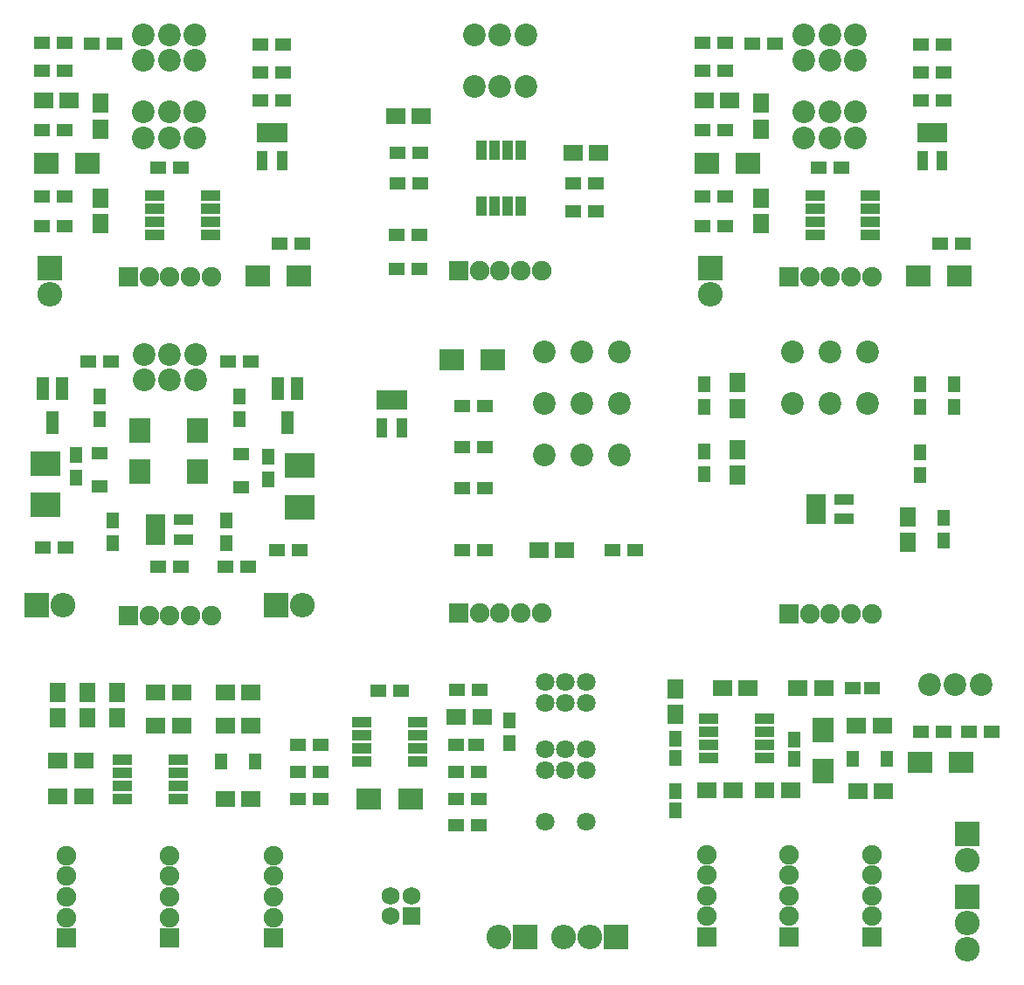
<source format=gts>
%MOIN*%
%OFA0B0*%
%FSLAX46Y46*%
%IPPOS*%
%LPD*%
%ADD10C,0.0039370078740157488*%
%ADD11R,0.062992125984251982X0.051181102362204731*%
%ADD12O,0.094448031496063X0.094448031496063*%
%ADD13R,0.094448031496063X0.094448031496063*%
%ADD14C,0.086614173228346469*%
%ADD15R,0.07716535433070866X0.041338582677165357*%
%ADD16R,0.07874015748031496X0.094488188976377951*%
%ADD17R,0.047244094488188976X0.086614173228346469*%
%ADD18R,0.051181102362204731X0.062992125984251982*%
%ADD19R,0.063779527559055124X0.0515748031496063*%
%ADD20R,0.1141732283464567X0.094488188976377951*%
%ADD21R,0.074803149606299218X0.074803149606299218*%
%ADD22C,0.074803149606299218*%
%ADD33C,0.0039370078740157488*%
%ADD34R,0.062992125984251982X0.051181102362204731*%
%ADD35C,0.086614173228346469*%
%ADD36O,0.094448031496063X0.094448031496063*%
%ADD37R,0.094448031496063X0.094448031496063*%
%ADD38R,0.064960629921259838X0.074803149606299218*%
%ADD39R,0.094488188976377951X0.07874015748031496*%
%ADD40R,0.074803149606299218X0.064960629921259838*%
%ADD41R,0.041338582677165357X0.07716535433070866*%
%ADD42R,0.076771653543307089X0.03937007874015748*%
%ADD43R,0.074803149606299218X0.074803149606299218*%
%ADD44C,0.074803149606299218*%
%ADD55C,0.0039370078740157488*%
%ADD56R,0.074803149606299218X0.064960629921259838*%
%ADD57R,0.062992125984251982X0.051181102362204731*%
%ADD58R,0.03937007874015748X0.076771653543307089*%
%ADD59C,0.086614173228346469*%
%ADD60R,0.074803149606299218X0.074803149606299218*%
%ADD61C,0.074803149606299218*%
%ADD72C,0.0039370078740157488*%
%ADD73C,0.086614173228346469*%
%ADD74R,0.094488188976377951X0.07874015748031496*%
%ADD75R,0.074803149606299218X0.064960629921259838*%
%ADD76R,0.062992125984251982X0.051181102362204731*%
%ADD77R,0.041338582677165357X0.07716535433070866*%
%ADD78R,0.074803149606299218X0.074803149606299218*%
%ADD79C,0.074803149606299218*%
%ADD90C,0.0039370078740157488*%
%ADD91C,0.086614173228346469*%
%ADD92R,0.094488188976377951X0.07874015748031496*%
%ADD93R,0.0452755905511811X0.062992125984251982*%
%ADD94R,0.064960629921259838X0.074803149606299218*%
%ADD95R,0.07874015748031496X0.094488188976377951*%
%ADD96R,0.074803149606299218X0.064960629921259838*%
%ADD97R,0.062992125984251982X0.0452755905511811*%
%ADD98R,0.076771653543307089X0.03937007874015748*%
%ADD99R,0.062992125984251982X0.051181102362204731*%
%ADD100R,0.0515748031496063X0.063779527559055124*%
%ADD101O,0.094448031496063X0.094448031496063*%
%ADD102R,0.094448031496063X0.094448031496063*%
%ADD103R,0.074803149606299218X0.074803149606299218*%
%ADD104C,0.074803149606299218*%
%ADD115C,0.0039370078740157488*%
%ADD116O,0.094448031496063X0.094448031496063*%
%ADD117R,0.094448031496063X0.094448031496063*%
%ADD118R,0.064960629921259838X0.074803149606299218*%
%ADD119R,0.094488188976377951X0.07874015748031496*%
%ADD120R,0.074803149606299218X0.064960629921259838*%
%ADD121R,0.0515748031496063X0.063779527559055124*%
%ADD122R,0.076771653543307089X0.03937007874015748*%
%ADD123R,0.068897637795275593X0.068897637795275593*%
%ADD124C,0.068897637795275593*%
%ADD125R,0.062992125984251982X0.051181102362204731*%
%ADD126R,0.074803149606299218X0.074803149606299218*%
%ADD127C,0.074803149606299218*%
%ADD128R,0.062992125984251982X0.0452755905511811*%
%ADD129R,0.051181102362204731X0.062992125984251982*%
%ADD130C,0.070866141732283464*%
%ADD141C,0.0039370078740157488*%
%ADD142R,0.051181102362204731X0.062992125984251982*%
%ADD143C,0.086614173228346469*%
%ADD144R,0.07716535433070866X0.041338582677165357*%
%ADD145R,0.064960629921259838X0.074803149606299218*%
%ADD146R,0.074803149606299218X0.074803149606299218*%
%ADD147C,0.074803149606299218*%
%ADD158C,0.0039370078740157488*%
%ADD159R,0.062992125984251982X0.051181102362204731*%
%ADD160C,0.086614173228346469*%
%ADD161O,0.094448031496063X0.094448031496063*%
%ADD162R,0.094448031496063X0.094448031496063*%
%ADD163R,0.064960629921259838X0.074803149606299218*%
%ADD164R,0.094488188976377951X0.07874015748031496*%
%ADD165R,0.074803149606299218X0.064960629921259838*%
%ADD166R,0.041338582677165357X0.07716535433070866*%
%ADD167R,0.076771653543307089X0.03937007874015748*%
%ADD168R,0.074803149606299218X0.074803149606299218*%
%ADD169C,0.074803149606299218*%
%LPD*%
G01*
D10*
D11*
X-0005354330Y0005118110D02*
X0000889763Y0001551181D03*
X0000803149Y0001551181D03*
X0001086614Y0001614173D03*
X0001000000Y0001614173D03*
D12*
X0000182677Y0001405511D03*
D13*
X0000082677Y0001405511D03*
D12*
X0001096062Y0001405511D03*
D13*
X0000996062Y0001405511D03*
D14*
X0000688976Y0002362204D03*
X0000590551Y0002362204D03*
X0000492125Y0002362204D03*
X0000688976Y0002263779D03*
X0000590551Y0002263779D03*
X0000492125Y0002263779D03*
D15*
X0000537401Y0001730314D03*
X0000537401Y0001692913D03*
X0000537401Y0001655511D03*
X0000643699Y0001655511D03*
X0000643699Y0001730314D03*
D16*
X0000476377Y0001913385D03*
X0000476377Y0002070866D03*
X0000696850Y0001913385D03*
X0000696850Y0002070866D03*
D17*
X0000179133Y0002230314D03*
X0000104330Y0002230314D03*
X0000141732Y0002100393D03*
X0001076771Y0002230314D03*
X0001001968Y0002230314D03*
X0001039369Y0002100393D03*
D11*
X0000104330Y0001624015D03*
X0000190944Y0001624015D03*
D18*
X0000232283Y0001976377D03*
X0000232283Y0001889762D03*
X0000964565Y0001972440D03*
X0000964565Y0001885826D03*
X0000322834Y0002114173D03*
X0000322834Y0002200787D03*
X0000854330Y0002114173D03*
X0000854330Y0002200787D03*
D11*
X0000366141Y0002334645D03*
X0000279527Y0002334645D03*
X0000897637Y0002334645D03*
X0000811023Y0002334645D03*
D18*
X0000374015Y0001641732D03*
X0000374015Y0001728346D03*
X0000807086Y0001641732D03*
X0000807086Y0001728346D03*
D11*
X0000547244Y0001551181D03*
X0000633858Y0001551181D03*
D19*
X0000322834Y0001856889D03*
X0000322834Y0001985629D03*
X0000862204Y0001852952D03*
X0000862204Y0001981692D03*
D20*
X0000114173Y0001944881D03*
X0000114173Y0001787401D03*
X0001086614Y0001937006D03*
X0001086614Y0001779527D03*
D21*
X0000433070Y0001366141D03*
D22*
X0000511811Y0001366141D03*
X0000590551Y0001366141D03*
X0000669291Y0001366141D03*
X0000748031Y0001366141D03*
G01*
D33*
D34*
X-0005393700Y0007322834D02*
X0001094488Y0002783464D03*
X0001007873Y0002783464D03*
D35*
X0000687007Y0003188976D03*
X0000588582Y0003188976D03*
X0000490156Y0003188976D03*
X0000490156Y0003582677D03*
X0000588582Y0003582677D03*
X0000687007Y0003582677D03*
X0000490156Y0003484251D03*
X0000588582Y0003484251D03*
X0000687007Y0003484251D03*
X0000490156Y0003287401D03*
X0000588582Y0003287401D03*
X0000687007Y0003287401D03*
D36*
X0000133858Y0002590551D03*
D37*
X0000133858Y0002690551D03*
D38*
X0000326771Y0002958661D03*
X0000326771Y0002860236D03*
D39*
X0000275590Y0003090551D03*
X0000118110Y0003090551D03*
D38*
X0000326771Y0003320866D03*
X0000326771Y0003222440D03*
D40*
X0000206692Y0003330708D03*
X0000108267Y0003330708D03*
D39*
X0000925196Y0002661417D03*
X0001082677Y0002661417D03*
D34*
X0000101377Y0002851377D03*
X0000187992Y0002851377D03*
X0000101377Y0002965551D03*
X0000187992Y0002965551D03*
X0000102362Y0003216535D03*
X0000188976Y0003216535D03*
X0000547244Y0003074803D03*
X0000633858Y0003074803D03*
X0000188976Y0003551181D03*
X0000102362Y0003551181D03*
X0000102362Y0003444881D03*
X0000188976Y0003444881D03*
X0000377952Y0003547244D03*
X0000291338Y0003547244D03*
X0000937007Y0003543306D03*
X0001023622Y0003543306D03*
X0000937007Y0003437007D03*
X0001023622Y0003437007D03*
X0000937007Y0003330708D03*
X0001023622Y0003330708D03*
D41*
X0001017716Y0003206692D03*
X0000980313Y0003206692D03*
X0000942913Y0003206692D03*
X0000942913Y0003100393D03*
X0001017716Y0003100393D03*
D42*
X0000531496Y0002968700D03*
X0000531496Y0002918700D03*
X0000531496Y0002868700D03*
X0000531496Y0002818700D03*
X0000744094Y0002818700D03*
X0000744094Y0002868700D03*
X0000744094Y0002918700D03*
X0000744094Y0002968700D03*
D43*
X0000433070Y0002657479D03*
D44*
X0000511811Y0002657479D03*
X0000590551Y0002657479D03*
X0000669291Y0002657479D03*
X0000748031Y0002657479D03*
G01*
D55*
D56*
X-0004251968Y0005669291D02*
X0001450786Y0003271653D03*
X0001549212Y0003271653D03*
X0002226377Y0003129921D03*
X0002127952Y0003129921D03*
D57*
X0001456692Y0002818897D03*
X0001543307Y0002818897D03*
X0001543307Y0002688975D03*
X0001456692Y0002688975D03*
X0001460629Y0003015748D03*
X0001547244Y0003015748D03*
X0001460629Y0003129921D03*
X0001547244Y0003129921D03*
X0002216535Y0003015748D03*
X0002129921Y0003015748D03*
X0002216535Y0002909448D03*
X0002129921Y0002909448D03*
D58*
X0001929330Y0003141732D03*
X0001879330Y0003141732D03*
X0001829328Y0003141732D03*
X0001779329Y0003141732D03*
X0001779329Y0002929133D03*
X0001829328Y0002929133D03*
X0001879330Y0002929133D03*
X0001929330Y0002929133D03*
D59*
X0001948818Y0003582677D03*
X0001850393Y0003582677D03*
X0001751968Y0003582677D03*
X0001948818Y0003385826D03*
X0001850393Y0003385826D03*
X0001751968Y0003385826D03*
D60*
X0001692913Y0002681102D03*
D61*
X0001771653Y0002681102D03*
X0001850393Y0002681102D03*
X0001929131Y0002681102D03*
X0002007874Y0002681102D03*
G01*
D72*
D73*
X-0004409448Y0004960629D02*
X0002305118Y0002370078D03*
X0002161417Y0002370078D03*
X0002017716Y0002370078D03*
X0002305118Y0002173228D03*
X0002161417Y0002173228D03*
X0002017716Y0002173228D03*
X0002017716Y0001976377D03*
X0002161417Y0001976377D03*
X0002305118Y0001976377D03*
D74*
X0001822834Y0002342519D03*
X0001665354Y0002342519D03*
D75*
X0002096455Y0001614173D03*
X0001998031Y0001614173D03*
D76*
X0001704724Y0002165354D03*
X0001791338Y0002165354D03*
X0001791338Y0002007874D03*
X0001704724Y0002007874D03*
X0002366141Y0001614173D03*
X0002279527Y0001614173D03*
X0001791338Y0001850393D03*
X0001704724Y0001850393D03*
X0001704724Y0001614173D03*
X0001791338Y0001614173D03*
D77*
X0001474409Y0002187007D03*
X0001437007Y0002187007D03*
X0001399606Y0002187007D03*
X0001399606Y0002080708D03*
X0001474409Y0002080708D03*
D78*
X0001692913Y0001374015D03*
D79*
X0001771653Y0001374015D03*
X0001850393Y0001374015D03*
X0001929131Y0001374015D03*
X0002007874Y0001374015D03*
G04 next file*
%LPD*%
G01*
D90*
D91*
X-0003543306Y0003149606D02*
X0003488188Y0001102362D03*
X0003586614Y0001102362D03*
X0003685039Y0001102362D03*
D92*
X0003610236Y0000803149D03*
X0003452755Y0000803149D03*
D93*
X0002519685Y0000895669D03*
X0002519685Y0000820866D03*
D94*
X0002519685Y0000986220D03*
X0002519685Y0001084645D03*
D93*
X0002972440Y0000891732D03*
X0002972440Y0000816929D03*
D95*
X0003082677Y0000929133D03*
X0003082677Y0000771653D03*
D96*
X0002639763Y0000696850D03*
X0002738187Y0000696850D03*
D93*
X0002519685Y0000694881D03*
X0002519685Y0000620078D03*
D96*
X0003084645Y0001086614D03*
X0002986220Y0001086614D03*
D97*
X0003194881Y0001086614D03*
X0003269685Y0001086614D03*
D98*
X0002645669Y0000972637D03*
X0002645669Y0000922637D03*
X0002645669Y0000872637D03*
X0002645669Y0000822637D03*
X0002858267Y0000822637D03*
X0002858267Y0000872637D03*
X0002858267Y0000922637D03*
X0002858267Y0000972637D03*
D96*
X0003210629Y0000944881D03*
X0003309055Y0000944881D03*
X0002958661Y0000696850D03*
X0002860236Y0000696850D03*
X0003214566Y0000692913D03*
X0003312992Y0000692913D03*
D99*
X0003456692Y0000921259D03*
X0003543306Y0000921259D03*
X0003637795Y0000921259D03*
X0003724409Y0000921259D03*
D100*
X0003195472Y0000818897D03*
X0003324212Y0000818897D03*
D96*
X0002698818Y0001086614D03*
X0002797244Y0001086614D03*
D101*
X0003633857Y0000091338D03*
D102*
X0003633857Y0000291338D03*
D101*
X0003633857Y0000191338D03*
X0003633857Y0000431496D03*
D102*
X0003633857Y0000531496D03*
D103*
X0003267716Y0000137795D03*
D104*
X0003267716Y0000216535D03*
X0003267716Y0000295275D03*
X0003267716Y0000374015D03*
X0003267716Y0000452755D03*
D103*
X0002637795Y0000137795D03*
D104*
X0002637795Y0000216535D03*
X0002637795Y0000295275D03*
X0002637795Y0000374015D03*
X0002637795Y0000452755D03*
D103*
X0002952755Y0000137795D03*
D104*
X0002952755Y0000216535D03*
X0002952755Y0000295275D03*
X0002952755Y0000374015D03*
X0002952755Y0000452755D03*
G01*
D115*
D116*
X-0004685039Y0004370078D02*
X0002091338Y0000137795D03*
D117*
X0002291338Y0000137795D03*
D116*
X0002191338Y0000137795D03*
D118*
X0000389763Y0000974409D03*
X0000389763Y0001072834D03*
D119*
X0001350393Y0000665354D03*
X0001507874Y0000665354D03*
D120*
X0000801181Y0000944881D03*
X0000899606Y0000944881D03*
D118*
X0000275590Y0000974409D03*
X0000275590Y0001072834D03*
D120*
X0000801181Y0001070866D03*
X0000899606Y0001070866D03*
D118*
X0000161417Y0001072834D03*
X0000161417Y0000974409D03*
D120*
X0000163385Y0000811023D03*
X0000261811Y0000811023D03*
X0001781496Y0000976377D03*
X0001683070Y0000976377D03*
D121*
X0000914763Y0000807086D03*
X0000786023Y0000807086D03*
D122*
X0000622047Y0000665157D03*
X0000622047Y0000715157D03*
X0000622047Y0000765157D03*
X0000622047Y0000815156D03*
X0000409448Y0000815156D03*
X0000409448Y0000765157D03*
X0000409448Y0000715157D03*
X0000409448Y0000665157D03*
D120*
X0000537401Y0001070866D03*
X0000635826Y0001070866D03*
X0000537401Y0000944881D03*
X0000635826Y0000944881D03*
X0000261811Y0000673228D03*
X0000163385Y0000673228D03*
D116*
X0001844881Y0000137795D03*
D117*
X0001944881Y0000137795D03*
D123*
X0001511811Y0000216535D03*
D124*
X0001433070Y0000216535D03*
X0001511811Y0000295275D03*
X0001433070Y0000295275D03*
D125*
X0001165354Y0000665354D03*
X0001078740Y0000665354D03*
X0001165354Y0000767716D03*
X0001078740Y0000767716D03*
X0001078740Y0000870078D03*
X0001165354Y0000870078D03*
X0001681102Y0000665354D03*
X0001767715Y0000665354D03*
X0001681102Y0000562992D03*
X0001767715Y0000562992D03*
X0001472440Y0001078740D03*
X0001385826Y0001078740D03*
X0001681102Y0000767716D03*
X0001767715Y0000767716D03*
X0001771653Y0001082677D03*
X0001685039Y0001082677D03*
D122*
X0001322834Y0000956888D03*
X0001322834Y0000906889D03*
X0001322834Y0000856889D03*
X0001322834Y0000806889D03*
X0001535433Y0000806889D03*
X0001535433Y0000856889D03*
X0001535433Y0000906889D03*
X0001535433Y0000956888D03*
D126*
X0000984250Y0000133858D03*
D127*
X0000984250Y0000212598D03*
X0000984250Y0000291338D03*
X0000984250Y0000370077D03*
X0000984250Y0000448818D03*
D126*
X0000590551Y0000133858D03*
D127*
X0000590551Y0000212598D03*
X0000590551Y0000291338D03*
X0000590551Y0000370077D03*
X0000590551Y0000448818D03*
D126*
X0000196850Y0000133858D03*
D127*
X0000196850Y0000212598D03*
X0000196850Y0000291338D03*
X0000196850Y0000370077D03*
X0000196850Y0000448818D03*
D128*
X0001683070Y0000870078D03*
X0001757874Y0000870078D03*
D120*
X0000899606Y0000665354D03*
X0000801181Y0000665354D03*
D129*
X0001885826Y0000877952D03*
X0001885826Y0000964565D03*
D130*
X0002021653Y0001110236D03*
X0002100393Y0001110236D03*
X0002179133Y0000578740D03*
X0002179133Y0001110236D03*
X0002100393Y0000775590D03*
X0002021653Y0000578740D03*
X0002179133Y0001031496D03*
X0002100393Y0001031496D03*
X0002021653Y0001031496D03*
X0002179133Y0000854330D03*
X0002100393Y0000854330D03*
X0002021653Y0000854330D03*
X0002179133Y0000775590D03*
X0002021653Y0000775590D03*
G04 next file*
G01*
D141*
D142*
X-0004173228Y0005118110D02*
X0003452755Y0002161417D03*
X0003452755Y0002248031D03*
D143*
X0003253937Y0002370078D03*
X0003110236Y0002370078D03*
X0002966535Y0002370078D03*
X0003253937Y0002173228D03*
X0003110236Y0002173228D03*
X0002966535Y0002173228D03*
D144*
X0003057086Y0001809054D03*
X0003057086Y0001771653D03*
X0003057086Y0001734250D03*
X0003163385Y0001734250D03*
X0003163385Y0001809054D03*
D145*
X0002755905Y0001998031D03*
X0002755905Y0001899606D03*
X0003405511Y0001742124D03*
X0003405511Y0001643700D03*
X0002755905Y0002253937D03*
X0002755905Y0002155511D03*
D142*
X0003582677Y0002248031D03*
X0003582677Y0002161417D03*
X0002629921Y0002248031D03*
X0002629921Y0002161417D03*
X0002629921Y0001905511D03*
X0002629921Y0001992125D03*
X0003452755Y0001901574D03*
X0003452755Y0001988188D03*
X0003543306Y0001649606D03*
X0003543306Y0001736220D03*
D146*
X0002952755Y0001370078D03*
D147*
X0003031496Y0001370078D03*
X0003110236Y0001370078D03*
X0003188976Y0001370078D03*
X0003267716Y0001370078D03*
G04 next file*
G04 #@! TF.FileFunction,Soldermask,Top*
G04 Gerber Fmt 4.6, Leading zero omitted, Abs format (unit mm)*
G04 Created by KiCad (PCBNEW 4.0.7) date 01/11/18 21:38:16*
G01*
G04 APERTURE LIST*
G04 APERTURE END LIST*
D158*
D159*
X-0002874015Y0007322834D02*
X0003614173Y0002783464D03*
X0003527558Y0002783464D03*
D160*
X0003206692Y0003188976D03*
X0003108267Y0003188976D03*
X0003009842Y0003188976D03*
X0003009842Y0003582677D03*
X0003108267Y0003582677D03*
X0003206692Y0003582677D03*
X0003009842Y0003484251D03*
X0003108267Y0003484251D03*
X0003206692Y0003484251D03*
X0003009842Y0003287401D03*
X0003108267Y0003287401D03*
X0003206692Y0003287401D03*
D161*
X0002653543Y0002590551D03*
D162*
X0002653543Y0002690551D03*
D163*
X0002846456Y0002958661D03*
X0002846456Y0002860236D03*
D164*
X0002795275Y0003090551D03*
X0002637795Y0003090551D03*
D163*
X0002846456Y0003320866D03*
X0002846456Y0003222440D03*
D165*
X0002726377Y0003330708D03*
X0002627952Y0003330708D03*
D164*
X0003444881Y0002661417D03*
X0003602362Y0002661417D03*
D159*
X0002621062Y0002851377D03*
X0002707677Y0002851377D03*
X0002621062Y0002965551D03*
X0002707677Y0002965551D03*
X0002622047Y0003216535D03*
X0002708661Y0003216535D03*
X0003066929Y0003074803D03*
X0003153542Y0003074803D03*
X0002708661Y0003551181D03*
X0002622047Y0003551181D03*
X0002622047Y0003444881D03*
X0002708661Y0003444881D03*
X0002897637Y0003547244D03*
X0002811022Y0003547244D03*
X0003456692Y0003543306D03*
X0003543306Y0003543306D03*
X0003456692Y0003437007D03*
X0003543306Y0003437007D03*
X0003456692Y0003330708D03*
X0003543306Y0003330708D03*
D166*
X0003537401Y0003206692D03*
X0003500000Y0003206692D03*
X0003462598Y0003206692D03*
X0003462598Y0003100393D03*
X0003537401Y0003100393D03*
D167*
X0003051181Y0002968700D03*
X0003051181Y0002918700D03*
X0003051181Y0002868700D03*
X0003051181Y0002818700D03*
X0003263779Y0002818700D03*
X0003263779Y0002868700D03*
X0003263779Y0002918700D03*
X0003263779Y0002968700D03*
D168*
X0002952755Y0002657479D03*
D169*
X0003031496Y0002657479D03*
X0003110236Y0002657479D03*
X0003188976Y0002657479D03*
X0003267716Y0002657479D03*
M02*
</source>
